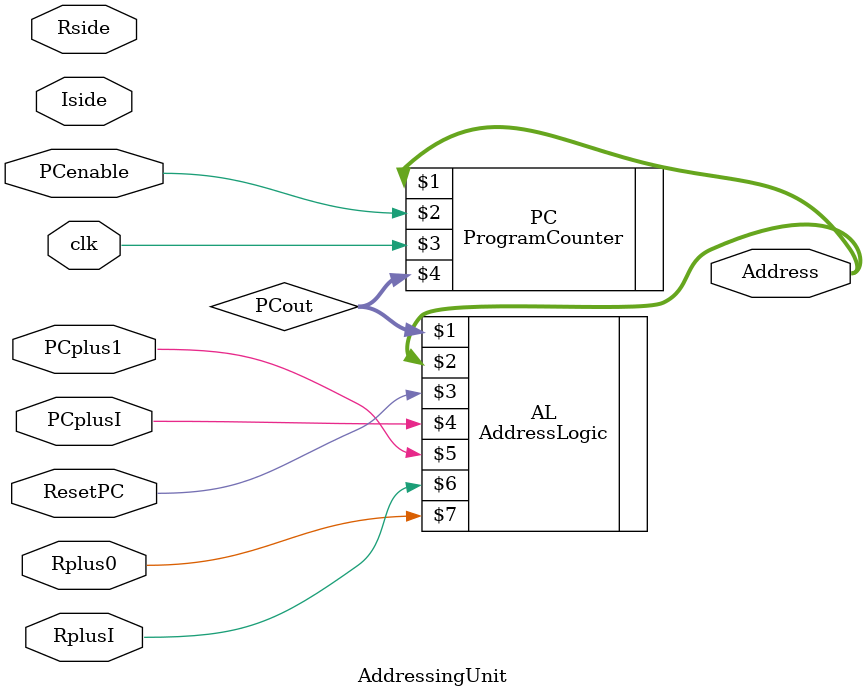
<source format=v>


`timescale 1ns/100ps

module AddressingUnit (
	Rside, Iside, Address, clk, ResetPC, PCplusI, PCplus1, RplusI, Rplus0, PCenable
);
input [15:0] Rside;
input [7:0] Iside;
input ResetPC, PCplusI, PCplus1, RplusI, Rplus0, PCenable;
input clk;
output [15:0] Address;
wire [15:0] PCout;

// Eliminate unecessary wires and signals.

	ProgramCounter PC (Address, PCenable, clk, PCout);
	AddressLogic AL (PCout, Address, ResetPC, PCplusI, PCplus1, RplusI, Rplus0);

endmodule
</source>
